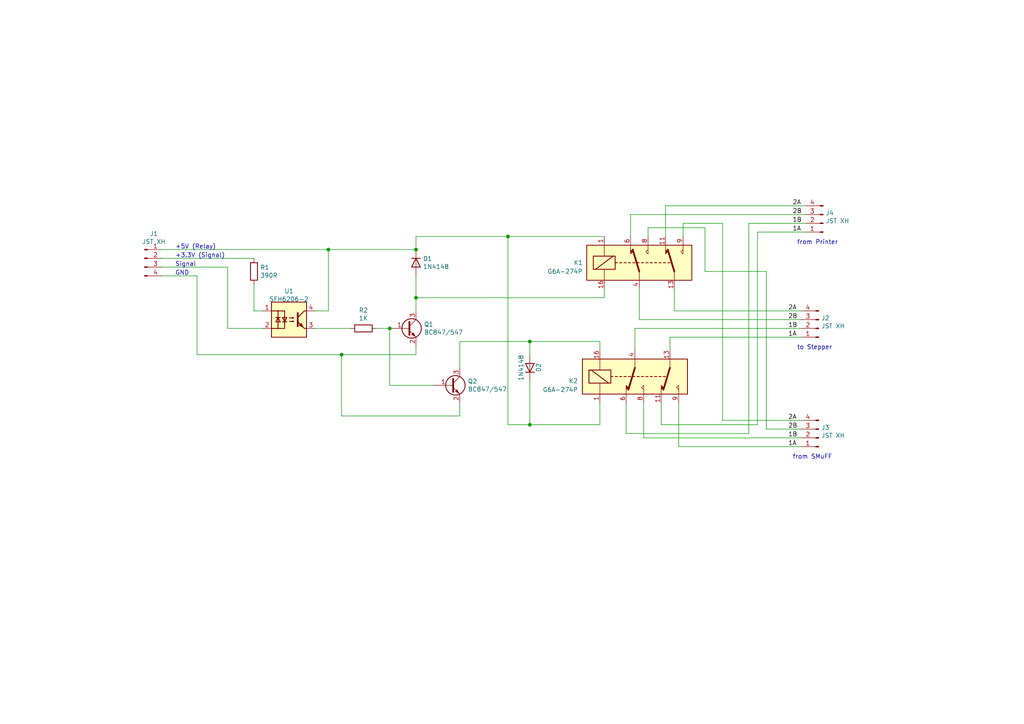
<source format=kicad_sch>
(kicad_sch (version 20211123) (generator eeschema)
  (paper "A4")
  (title_block (title "SMuFF Mini Relay Board") (date "2020-12-06") (rev "1") (company "Technik Gegg") (comment 3 "AISLER Project ID: FMWPPUGV"))
  (lib_symbols
    (symbol "Connector:Conn_01x04_Male" (pin_names (offset 1.016) hide)
      (property "Reference" "J" (at 0 5.08 0))
      (property "Value" "Conn_01x04_Male" (at 0 -7.62 0))
      (symbol "Conn_01x04_Male_1_1"
        (polyline (pts (xy 1.27 -5.08) (xy 0.8636 -5.08)) (stroke (width 0.1524)))
        (polyline (pts (xy 1.27 -2.54) (xy 0.8636 -2.54)) (stroke (width 0.1524)))
        (polyline (pts (xy 1.27 0) (xy 0.8636 0)) (stroke (width 0.1524)))
        (polyline (pts (xy 1.27 2.54) (xy 0.8636 2.54)) (stroke (width 0.1524)))
        (rectangle (start 0.8636 -4.953) (end 0 -5.207) (stroke (width 0.1524)) (fill (type outline)))
        (rectangle (start 0.8636 -2.413) (end 0 -2.667) (stroke (width 0.1524)) (fill (type outline)))
        (rectangle (start 0.8636 0.127) (end 0 -0.127) (stroke (width 0.1524)) (fill (type outline)))
        (rectangle (start 0.8636 2.667) (end 0 2.413) (stroke (width 0.1524)) (fill (type outline)))
        (pin passive line (at 5.08 2.54 180) (length 3.81) (name "Pin_1") (number "1"))
        (pin passive line (at 5.08 0 180) (length 3.81) (name "Pin_2") (number "2"))
        (pin passive line (at 5.08 -2.54 180) (length 3.81) (name "Pin_3") (number "3"))
        (pin passive line (at 5.08 -5.08 180) (length 3.81) (name "Pin_4") (number "4"))
      )
    )
    (symbol "Device:R" (pin_numbers hide) (pin_names (offset 0))
      (property "Reference" "R" (at 2.032 0 90))
      (property "Value" "R" (at 0 0 90))
      (symbol "R_0_1"
        (rectangle (start -1.016 -2.54) (end 1.016 2.54) (stroke (width 0.254)))
      )
      (symbol "R_1_1"
        (pin passive line (at 0 3.81 270) (length 1.27) (name "~") (number "1"))
        (pin passive line (at 0 -3.81 90) (length 1.27) (name "~") (number "2"))
      )
    )
    (symbol "Diode:1N4148" (pin_numbers hide) (pin_names (offset 1.016) hide)
      (property "Reference" "D" (at 0 2.54 0))
      (property "Value" "1N4148" (at 0 -2.54 0))
      (symbol "1N4148_0_1"
        (polyline (pts (xy -1.27 1.27) (xy -1.27 -1.27)) (stroke (width 0.254)))
        (polyline (pts (xy 1.27 0) (xy -1.27 0)))
        (polyline (pts (xy 1.27 1.27) (xy 1.27 -1.27) (xy -1.27 0) (xy 1.27 1.27)) (stroke (width 0.254)))
      )
      (symbol "1N4148_1_1"
        (pin passive line (at -3.81 0 0) (length 2.54) (name "K") (number "1"))
        (pin passive line (at 3.81 0 180) (length 2.54) (name "A") (number "2"))
      )
    )
    (symbol "Isolator:SFH6206-2T" (pin_names (offset 1.016))
      (property "Reference" "U" (at -4.064 6.35 0))
      (property "Value" "SFH6206-2T" (at -5.334 -6.604 0))
      (symbol "SFH6206-2T_1_1"
        (rectangle (start -5.08 5.08) (end 5.08 -5.08) (stroke (width 0.254)) (fill (type background)))
        (circle (center -3.175 -2.54) (radius 0.127))
        (circle (center -3.175 2.54) (radius 0.127))
        (polyline (pts (xy -3.81 0.635) (xy -2.54 0.635)) (stroke (width 0.254)))
        (polyline (pts (xy -1.905 -0.635) (xy -0.635 -0.635)) (stroke (width 0.254)))
        (polyline (pts (xy 2.54 1.905) (xy 2.54 -1.905) (xy 2.54 -1.905)) (stroke (width 0.508)))
        (polyline (pts (xy 5.08 -2.54) (xy 4.445 -2.54) (xy 2.54 -0.635)) (stroke (width 0.254)))
        (polyline (pts (xy 5.08 2.54) (xy 4.445 2.54) (xy 2.54 0.635)) (stroke (width 0.254)))
        (polyline (pts (xy -5.08 2.54) (xy -3.175 2.54) (xy -3.175 -2.54) (xy -5.08 -2.54)) (stroke (width 0.254)))
        (polyline (pts (xy -3.175 -2.54) (xy -1.27 -2.54) (xy -1.27 2.54) (xy -3.175 2.54)) (stroke (width 0.254)))
        (polyline (pts (xy -3.175 0.635) (xy -3.81 -0.635) (xy -2.54 -0.635) (xy -3.175 0.635)) (stroke (width 0.254)))
        (polyline (pts (xy -1.27 -0.635) (xy -1.905 0.635) (xy -0.635 0.635) (xy -1.27 -0.635)) (stroke (width 0.254)))
        (polyline (pts (xy 0.127 -0.508) (xy 1.397 -0.508) (xy 1.016 -0.635) (xy 1.016 -0.381) (xy 1.397 -0.508)) (stroke (width 0.254)))
        (polyline (pts (xy 0.127 0.508) (xy 1.397 0.508) (xy 1.016 0.381) (xy 1.016 0.635) (xy 1.397 0.508)) (stroke (width 0.254)))
        (polyline (pts (xy 3.048 -1.651) (xy 3.556 -1.143) (xy 4.064 -2.159) (xy 3.048 -1.651) (xy 3.048 -1.651)) (stroke (width 0.254)) (fill (type outline)))
        (pin passive line (at -7.62 2.54 0) (length 2.54) (name "~") (number "1"))
        (pin passive line (at -7.62 -2.54 0) (length 2.54) (name "~") (number "2"))
        (pin passive line (at 7.62 -2.54 180) (length 2.54) (name "~") (number "3"))
        (pin passive line (at 7.62 2.54 180) (length 2.54) (name "~") (number "4"))
      )
    )
    (symbol "Relay:G5V-2"
      (property "Reference" "K" (at 16.51 3.81 0))
      (property "Value" "G5V-2" (at 16.51 1.27 0))
      (symbol "G5V-2_0_1"
        (rectangle (start -15.24 5.08) (end 15.24 -5.08) (stroke (width 0.254)) (fill (type background)))
        (rectangle (start -13.335 1.905) (end -6.985 -1.905) (stroke (width 0.254)))
        (polyline (pts (xy -12.7 -1.905) (xy -7.62 1.905)) (stroke (width 0.254)))
        (polyline (pts (xy -10.16 -5.08) (xy -10.16 -1.905)))
        (polyline (pts (xy -10.16 5.08) (xy -10.16 1.905)))
        (polyline (pts (xy -6.985 0) (xy -6.35 0)) (stroke (width 0.254)))
        (polyline (pts (xy -5.715 0) (xy -5.08 0)) (stroke (width 0.254)))
        (polyline (pts (xy -4.445 0) (xy -3.81 0)) (stroke (width 0.254)))
        (polyline (pts (xy -3.175 0) (xy -2.54 0)) (stroke (width 0.254)))
        (polyline (pts (xy -1.905 0) (xy -1.27 0)) (stroke (width 0.254)))
        (polyline (pts (xy -0.635 0) (xy 0 0)) (stroke (width 0.254)))
        (polyline (pts (xy 0 -2.54) (xy -1.905 3.81)) (stroke (width 0.508)))
        (polyline (pts (xy 0 -2.54) (xy 0 -5.08)))
        (polyline (pts (xy 0.635 0) (xy 1.27 0)) (stroke (width 0.254)))
        (polyline (pts (xy 1.905 0) (xy 2.54 0)) (stroke (width 0.254)))
        (polyline (pts (xy 3.175 0) (xy 3.81 0)) (stroke (width 0.254)))
        (polyline (pts (xy 4.445 0) (xy 5.08 0)) (stroke (width 0.254)))
        (polyline (pts (xy 5.715 0) (xy 6.35 0)) (stroke (width 0.254)))
        (polyline (pts (xy 6.985 0) (xy 7.62 0)) (stroke (width 0.254)))
        (polyline (pts (xy 8.255 0) (xy 8.89 0)) (stroke (width 0.254)))
        (polyline (pts (xy 10.16 -2.54) (xy 8.255 3.81)) (stroke (width 0.508)))
        (polyline (pts (xy 10.16 -2.54) (xy 10.16 -5.08)))
        (polyline (pts (xy -2.54 5.08) (xy -2.54 2.54) (xy -1.905 3.175) (xy -2.54 3.81)) (fill (type outline)))
        (polyline (pts (xy 2.54 5.08) (xy 2.54 2.54) (xy 1.905 3.175) (xy 2.54 3.81)))
        (polyline (pts (xy 7.62 5.08) (xy 7.62 2.54) (xy 8.255 3.175) (xy 7.62 3.81)) (fill (type outline)))
        (polyline (pts (xy 12.7 5.08) (xy 12.7 2.54) (xy 12.065 3.175) (xy 12.7 3.81)))
      )
      (symbol "G5V-2_1_1"
        (pin passive line (at -10.16 7.62 270) (length 2.54) (name "~") (number "1"))
        (pin passive line (at 7.62 7.62 270) (length 2.54) (name "~") (number "11"))
        (pin passive line (at 10.16 -7.62 90) (length 2.54) (name "~") (number "13"))
        (pin passive line (at -10.16 -7.62 90) (length 2.54) (name "~") (number "16"))
        (pin passive line (at 0 -7.62 90) (length 2.54) (name "~") (number "4"))
        (pin passive line (at -2.54 7.62 270) (length 2.54) (name "~") (number "6"))
        (pin passive line (at 2.54 7.62 270) (length 2.54) (name "~") (number "8"))
        (pin passive line (at 12.7 7.62 270) (length 2.54) (name "~") (number "9"))
      )
    )
    (symbol "Transistor_BJT:BC847" (pin_names (offset 0) hide)
      (property "Reference" "Q" (at 5.08 1.905 0))
      (property "Value" "BC847" (at 5.08 0 0))
      (symbol "BC847_0_1"
        (polyline (pts (xy 0.635 0.635) (xy 2.54 2.54)))
        (polyline (pts (xy 0.635 -0.635) (xy 2.54 -2.54) (xy 2.54 -2.54)))
        (polyline (pts (xy 0.635 1.905) (xy 0.635 -1.905) (xy 0.635 -1.905)) (stroke (width 0.508)))
        (polyline (pts (xy 1.27 -1.778) (xy 1.778 -1.27) (xy 2.286 -2.286) (xy 1.27 -1.778) (xy 1.27 -1.778)) (fill (type outline)))
        (circle (center 1.27 0) (radius 2.8194) (stroke (width 0.254)))
      )
      (symbol "BC847_1_1"
        (pin input line (at -5.08 0 0) (length 5.715) (name "B") (number "1"))
        (pin passive line (at 2.54 -5.08 90) (length 2.54) (name "E") (number "2"))
        (pin passive line (at 2.54 5.08 270) (length 2.54) (name "C") (number "3"))
      )
    )
  )
  (junction (at 147.32 68.58))
  (junction (at 113.03 95.25))
  (junction (at 153.67 123.19))
  (junction (at 120.65 72.39))
  (junction (at 99.06 102.87))
  (junction (at 120.65 86.36))
  (junction (at 153.67 99.06))
  (junction (at 95.25 72.39))
  (wire (pts (xy 153.67 102.87) (xy 153.67 99.06)))
  (wire (pts (xy 91.44 90.17) (xy 95.25 90.17)))
  (wire (pts (xy 217.17 125.73) (xy 181.61 125.73)))
  (wire (pts (xy 182.88 62.23) (xy 182.88 68.58)))
  (wire (pts (xy 184.15 95.25) (xy 184.15 101.6)))
  (wire (pts (xy 209.55 121.92) (xy 232.41 121.92)))
  (wire (pts (xy 73.66 82.55) (xy 73.66 90.17)))
  (wire (pts (xy 46.99 74.93) (xy 73.66 74.93)))
  (wire (pts (xy 46.99 77.47) (xy 66.04 77.47)))
  (wire (pts (xy 113.03 111.76) (xy 125.73 111.76)))
  (wire (pts (xy 120.65 102.87) (xy 99.06 102.87)))
  (wire (pts (xy 232.41 127) (xy 186.69 127)))
  (wire (pts (xy 133.35 120.65) (xy 99.06 120.65)))
  (wire (pts (xy 193.04 59.69) (xy 233.68 59.69)))
  (wire (pts (xy 222.25 124.46) (xy 222.25 78.74)))
  (wire (pts (xy 232.41 124.46) (xy 222.25 124.46)))
  (wire (pts (xy 217.17 64.77) (xy 217.17 125.73)))
  (wire (pts (xy 95.25 90.17) (xy 95.25 72.39)))
  (wire (pts (xy 66.04 95.25) (xy 76.2 95.25)))
  (wire (pts (xy 91.44 95.25) (xy 101.6 95.25)))
  (wire (pts (xy 147.32 123.19) (xy 147.32 68.58)))
  (wire (pts (xy 95.25 72.39) (xy 120.65 72.39)))
  (wire (pts (xy 191.77 123.19) (xy 219.71 123.19)))
  (wire (pts (xy 186.69 127) (xy 186.69 116.84)))
  (wire (pts (xy 187.96 66.04) (xy 187.96 68.58)))
  (wire (pts (xy 233.68 67.31) (xy 219.71 67.31)))
  (wire (pts (xy 191.77 116.84) (xy 191.77 123.19)))
  (wire (pts (xy 120.65 86.36) (xy 175.26 86.36)))
  (wire (pts (xy 147.32 68.58) (xy 175.26 68.58)))
  (wire (pts (xy 133.35 116.84) (xy 133.35 120.65)))
  (wire (pts (xy 185.42 92.71) (xy 185.42 83.82)))
  (wire (pts (xy 113.03 111.76) (xy 113.03 95.25)))
  (wire (pts (xy 173.99 116.84) (xy 173.99 123.19)))
  (wire (pts (xy 153.67 110.49) (xy 153.67 123.19)))
  (wire (pts (xy 99.06 102.87) (xy 57.15 102.87)))
  (wire (pts (xy 195.58 90.17) (xy 232.41 90.17)))
  (wire (pts (xy 198.12 68.58) (xy 198.12 64.77)))
  (wire (pts (xy 209.55 64.77) (xy 209.55 121.92)))
  (wire (pts (xy 204.47 78.74) (xy 204.47 66.04)))
  (wire (pts (xy 46.99 72.39) (xy 95.25 72.39)))
  (wire (pts (xy 153.67 123.19) (xy 147.32 123.19)))
  (wire (pts (xy 57.15 80.01) (xy 57.15 102.87)))
  (wire (pts (xy 193.04 68.58) (xy 193.04 59.69)))
  (wire (pts (xy 232.41 92.71) (xy 185.42 92.71)))
  (wire (pts (xy 120.65 68.58) (xy 120.65 72.39)))
  (wire (pts (xy 232.41 97.79) (xy 194.31 97.79)))
  (wire (pts (xy 204.47 66.04) (xy 187.96 66.04)))
  (wire (pts (xy 181.61 125.73) (xy 181.61 116.84)))
  (wire (pts (xy 233.68 62.23) (xy 182.88 62.23)))
  (wire (pts (xy 133.35 99.06) (xy 133.35 106.68)))
  (wire (pts (xy 66.04 77.47) (xy 66.04 95.25)))
  (wire (pts (xy 198.12 64.77) (xy 209.55 64.77)))
  (wire (pts (xy 232.41 95.25) (xy 184.15 95.25)))
  (wire (pts (xy 194.31 97.79) (xy 194.31 101.6)))
  (wire (pts (xy 173.99 101.6) (xy 173.99 99.06)))
  (wire (pts (xy 175.26 86.36) (xy 175.26 83.82)))
  (wire (pts (xy 120.65 86.36) (xy 120.65 80.01)))
  (wire (pts (xy 46.99 80.01) (xy 57.15 80.01)))
  (wire (pts (xy 99.06 120.65) (xy 99.06 102.87)))
  (wire (pts (xy 219.71 123.19) (xy 219.71 67.31)))
  (wire (pts (xy 195.58 83.82) (xy 195.58 90.17)))
  (wire (pts (xy 153.67 123.19) (xy 173.99 123.19)))
  (wire (pts (xy 196.85 116.84) (xy 196.85 129.54)))
  (wire (pts (xy 120.65 100.33) (xy 120.65 102.87)))
  (wire (pts (xy 109.22 95.25) (xy 113.03 95.25)))
  (wire (pts (xy 120.65 90.17) (xy 120.65 86.36)))
  (wire (pts (xy 153.67 99.06) (xy 173.99 99.06)))
  (wire (pts (xy 120.65 68.58) (xy 147.32 68.58)))
  (wire (pts (xy 196.85 129.54) (xy 232.41 129.54)))
  (wire (pts (xy 133.35 99.06) (xy 153.67 99.06)))
  (wire (pts (xy 217.17 64.77) (xy 233.68 64.77)))
  (wire (pts (xy 222.25 78.74) (xy 204.47 78.74)))
  (wire (pts (xy 73.66 90.17) (xy 76.2 90.17)))
  (text "Signal\n" (at 50.8 77.47 0) (effects (font (size 1.27 1.27)) (justify left bottom)))
  (text "to Stepper\n" (at 231.14 101.6 0) (effects (font (size 1.27 1.27)) (justify left bottom)))
  (text "from Printer" (at 231.14 71.12 0) (effects (font (size 1.27 1.27)) (justify left bottom)))
  (text "+5V (Relay)\n" (at 50.8 72.39 0) (effects (font (size 1.27 1.27)) (justify left bottom)))
  (text "from SMuFF" (at 229.87 133.35 0) (effects (font (size 1.27 1.27)) (justify left bottom)))
  (text "GND\n" (at 50.8 80.01 0) (effects (font (size 1.27 1.27)) (justify left bottom)))
  (text "+3.3V (Signal)\n" (at 50.8 74.93 0) (effects (font (size 1.27 1.27)) (justify left bottom)))
  (label "2A" (at 228.6 121.92 0))
  (label "1A" (at 228.6 97.79 0))
  (label "2A" (at 229.87 59.69 0))
  (label "1B" (at 229.87 64.77 0))
  (label "2B" (at 228.6 124.46 0))
  (label "1A" (at 228.6 129.54 0))
  (label "2B" (at 228.6 92.71 0))
  (label "1B" (at 228.6 95.25 0))
  (label "2B" (at 229.87 62.23 0))
  (label "1A" (at 229.87 67.31 0))
  (label "2A" (at 228.6 90.17 0))
  (label "1B" (at 228.6 127 0))
  (symbol (lib_id "Isolator:SFH6206-2T") (at 83.82 92.71 0) (unit 1)
    (property "Reference" "U1" (at 83.82 84.455 0))
    (property "Value" "SFH6206-2" (at 83.82 86.7664 0))
    (property "Footprint" "Package_DIP:SMDIP-4_W9.53mm_Clearance8mm" (effects hide))
    (property "Datasheet" "https://toshiba.semicon-storage.com/info/docget.jsp?did=10569&prodName=TLP785" (effects hide))
  )
  (symbol (lib_id "Device:R") (at 73.66 78.74 0) (unit 1)
    (property "Reference" "R1" (at 75.438 77.5716 0) (effects (justify left)))
    (property "Value" "390R" (at 75.438 79.883 0) (effects (justify left)))
    (property "Footprint" "Resistor_SMD:R_0603_1608Metric" (effects hide))
  )
  (symbol (lib_id "Device:R") (at 105.41 95.25 270) (unit 1)
    (property "Reference" "R2" (at 105.41 89.9922 90))
    (property "Value" "1K" (at 105.41 92.3036 90))
    (property "Footprint" "Resistor_SMD:R_0603_1608Metric" (effects hide))
  )
  (symbol (lib_id "Transistor_BJT:BC847") (at 118.11 95.25 0) (unit 1)
    (property "Reference" "Q1" (at 122.9614 94.0816 0) (effects (justify left)))
    (property "Value" "BC847/547" (at 122.9614 96.393 0) (effects (justify left)))
    (property "Footprint" "Package_TO_SOT_SMD:SOT-23" (effects hide))
    (property "Datasheet" "http://www.fairchildsemi.com/ds/BC/BC547.pdf" (effects hide))
  )
  (symbol (lib_id "Transistor_BJT:BC847") (at 130.81 111.76 0) (unit 1)
    (property "Reference" "Q2" (at 135.6614 110.5916 0) (effects (justify left)))
    (property "Value" "BC847/547" (at 135.6614 112.903 0) (effects (justify left)))
    (property "Footprint" "Package_TO_SOT_SMD:SOT-23" (effects hide))
    (property "Datasheet" "http://www.fairchildsemi.com/ds/BC/BC547.pdf" (effects hide))
  )
  (symbol (lib_id "Diode:1N4148") (at 120.65 76.2 270) (unit 1)
    (property "Reference" "D1" (at 122.6566 75.0316 90) (effects (justify left)))
    (property "Value" "1N4148" (at 122.6566 77.343 90) (effects (justify left)))
    (property "Footprint" "Diode_SMD:D_0603_1608Metric" (effects hide))
    (property "Datasheet" "https://assets.nexperia.com/documents/data-sheet/1N4148_1N4448.pdf" (effects hide))
  )
  (symbol (lib_id "Diode:1N4148") (at 153.67 106.68 270) (mirror x) (unit 1)
    (property "Reference" "D2" (at 156.21 107.95 0) (effects (justify left)))
    (property "Value" "1N4148" (at 151.13 110.49 0) (effects (justify left)))
    (property "Footprint" "Diode_SMD:D_0603_1608Metric" (effects hide))
    (property "Datasheet" "https://assets.nexperia.com/documents/data-sheet/1N4148_1N4448.pdf" (effects hide))
  )
  (symbol (lib_id "Connector:Conn_01x04_Male") (at 41.91 74.93 0) (unit 1)
    (property "Reference" "J1" (at 44.6532 67.7926 0))
    (property "Value" "JST XH" (at 44.6532 70.104 0))
    (property "Footprint" "Connector_JST:JST_XH_B4B-XH-A_1x04_P2.50mm_Vertical" (effects hide))
  )
  (symbol (lib_id "Connector:Conn_01x04_Male") (at 238.76 64.77 180) (unit 1)
    (property "Reference" "J4" (at 239.4712 61.7728 0) (effects (justify right)))
    (property "Value" "JST XH" (at 239.4712 64.0842 0) (effects (justify right)))
    (property "Footprint" "Connector_JST:JST_XH_B4B-XH-A_1x04_P2.50mm_Vertical" (effects hide))
  )
  (symbol (lib_id "Connector:Conn_01x04_Male") (at 237.49 95.25 180) (unit 1)
    (property "Reference" "J2" (at 238.2012 92.2528 0) (effects (justify right)))
    (property "Value" "JST XH" (at 238.2012 94.5642 0) (effects (justify right)))
    (property "Footprint" "Connector_JST:JST_XH_B4B-XH-A_1x04_P2.50mm_Vertical" (effects hide))
  )
  (symbol (lib_id "Connector:Conn_01x04_Male") (at 237.49 127 180) (unit 1)
    (property "Reference" "J3" (at 238.2012 124.0028 0) (effects (justify right)))
    (property "Value" "JST XH" (at 238.2012 126.3142 0) (effects (justify right)))
    (property "Footprint" "Connector_JST:JST_XH_B4B-XH-A_1x04_P2.50mm_Vertical" (effects hide))
  )
  (symbol (lib_id "Relay:G5V-2") (at 185.42 76.2 0) (unit 1)
    (property "Reference" "K1" (at 166.37 76.2 0) (effects (justify left)))
    (property "Value" "G6A-274P" (at 158.75 78.74 0) (effects (justify left)))
    (property "Footprint" "Relay_THT:Relay_DPDT_Omron_G5V-2" (effects hide))
    (property "Datasheet" "http://omronfs.omron.com/en_US/ecb/products/pdf/en-g6s.pdf" (effects hide))
  )
  (symbol (lib_id "Relay:G5V-2") (at 184.15 109.22 0) (mirror x) (unit 1)
    (property "Reference" "K2" (at 167.64 110.49 0) (effects (justify right)))
    (property "Value" "G6A-274P" (at 167.64 113.03 0) (effects (justify right)))
    (property "Footprint" "Relay_THT:Relay_DPDT_Omron_G5V-2" (effects hide))
    (property "Datasheet" "http://omronfs.omron.com/en_US/ecb/products/pdf/en-g6s.pdf" (effects hide))
  )
)
</source>
